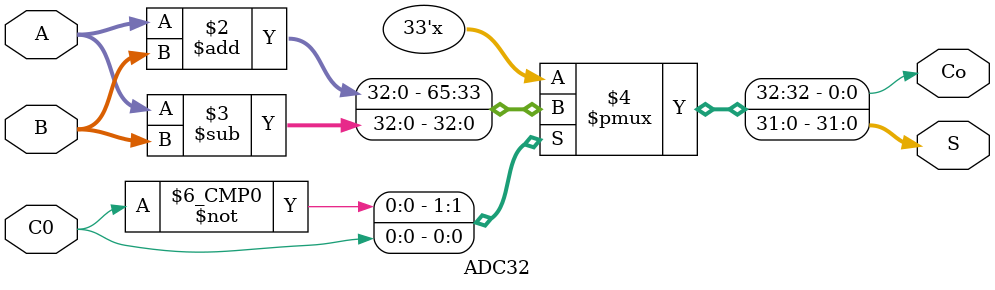
<source format=v>
`timescale 1ns / 1ps
module ADC32(input [31:0] A, 			//´ø½øÎ»µÄ32Î»¼Ó¼õÆ÷£¬¿¼ÂÇÎÞ·ûºÅÊý¼æÈÝ¡£ÔÚÉè¼ÆALUµÄsltÖ¸ÁîÉÏÓÐÇø±ð
				 input [31:0] B, 
				 input C0,		//×îµÍ½øÎ»ÊäÈë
				 output reg [31:0] S,
				 output reg Co		//ÐÞ¸ÄÂß¼­·ûºÅ£¬½«½øÎ»·Ö¿ª

				  );
				 
	always @* begin
		case (C0)
			1'b0: {Co,S} <= A + B;
			1'b1: {Co,S} <= A - B;
		endcase
	end


endmodule

</source>
